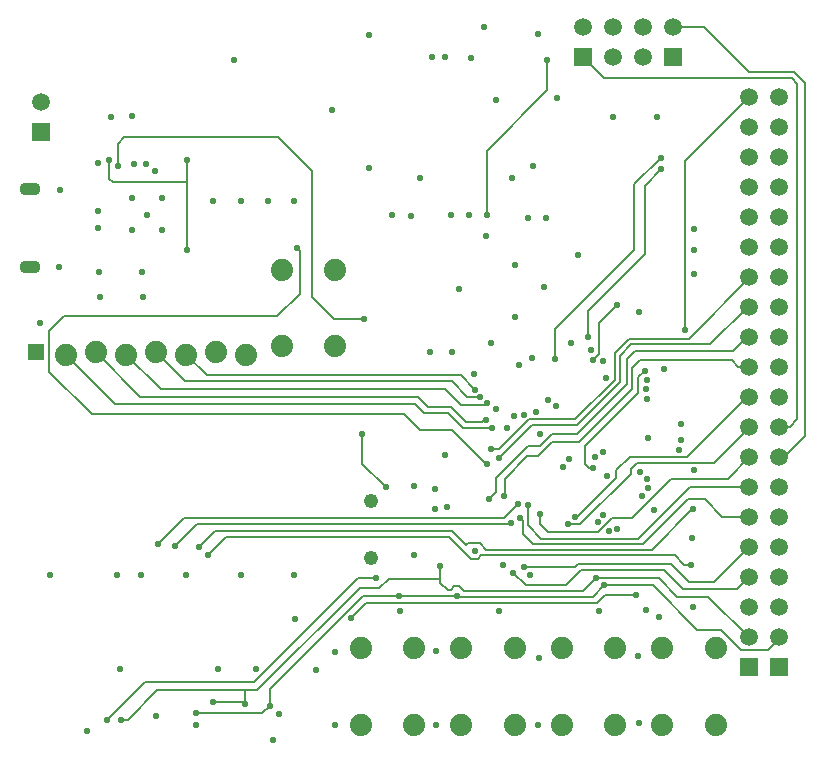
<source format=gbr>
%TF.GenerationSoftware,Novarm,DipTrace,3.2.0.1*%
%TF.CreationDate,2018-02-15T15:07:33-08:00*%
%FSLAX26Y26*%
%MOIN*%
%TF.FileFunction,Copper,L3,Inr*%
%TF.Part,Single*%
%AMOUTLINE1*
4,1,4,
0.026163,0.026163,
0.026205,-0.026121,
-0.026121,-0.026205,
-0.026163,0.026163,
0.026163,0.026163,
0*%
%TA.AperFunction,Conductor*%
%ADD15C,0.006*%
%TA.AperFunction,ComponentPad*%
%ADD33R,0.059055X0.059055*%
%ADD34C,0.059055*%
%ADD38O,0.070866X0.043307*%
%ADD45C,0.074*%
%ADD60R,0.05937X0.05937*%
%ADD61C,0.05937*%
%ADD65C,0.048*%
%TA.AperFunction,ViaPad*%
%ADD66C,0.021654*%
%TA.AperFunction,ComponentPad*%
%ADD142OUTLINE1*%
G75*
G01*
%LPD*%
X971173Y2376227D2*
D15*
Y2303453D1*
Y2077570D1*
X972080Y2078477D1*
X713271Y2378983D2*
Y2315414D1*
X725231Y2303453D1*
X971173D1*
X740855Y2356572D2*
Y2431565D1*
X762727Y2453437D1*
X1275173D1*
X1387662Y2340949D1*
Y1922243D1*
X1462654Y1847251D1*
X1562767D1*
X1040823Y1059834D2*
X1103317Y1122327D1*
X1843864D1*
X1918856Y1047335D1*
X1940729D1*
X1953227Y1059834D1*
X2596910D1*
X2628156Y1028587D1*
X2651572D1*
X2325063Y1350631D2*
X2312361D1*
X2296941Y1366051D1*
Y1424196D1*
X2475267Y1602521D1*
Y1653740D1*
X2496920Y1675394D1*
X2631281Y1809755D2*
Y2375030D1*
X2844016Y2587765D1*
X1984474Y1412922D2*
X2012596D1*
X2112586Y1512911D1*
X2265694D1*
X2396931Y1644147D1*
Y1734763D1*
X2443801Y1781633D1*
X2643780D1*
X2849912Y1987765D1*
X2844016D1*
X2012596Y1384799D2*
X2121960Y1494163D1*
X2271944D1*
X2415679Y1637898D1*
Y1725389D1*
X2453175Y1762885D1*
X2715647D1*
X2840528Y1887765D1*
X2844016D1*
X2075089Y1231691D2*
X2028219Y1184820D1*
X962706D1*
X875215Y1097330D1*
X2053217Y1169197D2*
X2056341Y1166072D1*
X1006452D1*
X931460Y1091080D1*
X2844016Y1087765D2*
X2728593Y972343D1*
X2643814D1*
X2584445Y1031712D1*
X2275068D1*
X2265694Y1022338D1*
X2093838D1*
X2081338Y1184822D2*
X2090713Y1175446D1*
Y1131701D1*
X2125084Y1097330D1*
X2490671D1*
X2640655Y1247314D1*
X2696899D1*
X2756448Y1187765D1*
X2844016D1*
Y1287765D2*
X2647141D1*
X2475453Y1116078D1*
X2153206D1*
X2109461Y1159823D1*
Y1228566D1*
X2146957Y1197319D2*
Y1166072D1*
X2175079Y1137950D1*
X2340687D1*
X2387557Y1184820D1*
X2453571D1*
X2584807Y1316057D1*
X2775016D1*
X2850008Y1391049D1*
X2844016D1*
Y1387765D1*
Y1487765D2*
X2837658D1*
X2846883Y1478540D1*
X2837509D1*
X2728146Y1369176D1*
X2471923D1*
X2450050Y1347303D1*
Y1331680D1*
X2281318Y1162948D1*
X2240697D1*
X2844016Y1587765D2*
Y1594410D1*
X2637530Y1387924D1*
X2446925D1*
X2403180Y1344179D1*
Y1319181D1*
X2265694Y1181696D1*
Y1187945D1*
X2844016Y1687765D2*
X2809515D1*
X2787515Y1709765D1*
X2481297D1*
X2456299Y1684768D1*
Y1616025D1*
X2278193Y1437919D1*
X2187578D1*
X2140708Y1391049D1*
X2106336D1*
X2031344Y1316057D1*
Y1259813D1*
X2028219Y1256688D1*
X2844016Y1787765D2*
X2837393D1*
X2790639Y1741012D1*
X2465673D1*
X2437551Y1712890D1*
Y1631649D1*
X2271944Y1466041D1*
X2187578D1*
X2146957Y1425420D1*
X2109461D1*
X2003222Y1319181D1*
Y1272311D1*
X1978225Y1247314D1*
X1634511Y1287935D2*
X1556394Y1366051D1*
Y1466041D1*
X2468798Y928597D2*
X2365684D1*
X2337562Y900475D1*
X1568893D1*
X1518898Y850481D1*
X2944016Y1387765D2*
X2962338D1*
X3031239Y1456667D1*
Y2634668D1*
X2993743Y2672164D1*
X2843759D1*
X2693786Y2822137D1*
X2590891D1*
X2197141Y1715891D2*
Y1813068D1*
X2462767Y2078694D1*
Y2297422D1*
X2550040Y2384694D1*
X2553164D1*
X1012520Y1087775D2*
X1065820Y1141075D1*
X1856362D1*
X1903233Y1094205D1*
X1909482Y1100454D1*
X1946978D1*
X1968851Y1078582D1*
X2521918D1*
X2656278Y1212943D1*
X2659465D1*
X2403391Y1894016D2*
X2344016Y1834641D1*
Y1731516D1*
X2325142Y1712642D1*
X2362559Y959844D2*
X2525063D1*
X2672142Y812765D1*
X2750267D1*
X2819242Y743790D1*
X2906780D1*
X2944016Y781026D1*
Y787765D1*
X703391Y509641D2*
X831754Y638003D1*
X1193932D1*
X1540771Y984841D1*
X1603264D1*
X1678256Y925473D2*
X1871986D1*
Y922348D1*
X2325063D1*
X2362559Y959844D1*
X1247051Y556761D2*
Y613006D1*
X1559519Y925473D1*
X1678256D1*
X1002629Y532919D2*
X1223209D1*
X1247051Y556761D1*
X2171954Y2711777D2*
Y2609671D1*
X1970831Y2408547D1*
Y2194016D1*
X2844016Y787765D2*
Y781551D1*
X2334437Y984841D2*
X2543815D1*
X2606516Y922141D1*
X2709641D1*
X2844016Y787765D1*
X750265Y512765D2*
X775265D1*
X872381Y609881D1*
X1165810D1*
X1206431D1*
X1547020Y950470D1*
X1612638D1*
X1643885Y981717D1*
X1815742D1*
Y1022849D1*
Y981717D2*
Y969218D1*
X1840739Y944221D1*
X1850113D1*
X1862612Y956719D1*
X1878235D1*
X1893859Y941096D1*
X2290692D1*
X2334437Y984841D1*
X1165810Y564488D2*
Y609881D1*
X1057747Y572683D2*
X1157616D1*
X1165810Y564488D1*
X1987599Y1484789D2*
X1890734D1*
X1840739Y1534784D1*
X1762622D1*
X1731376Y1566030D1*
X730751D1*
X569016Y1727765D1*
X1947141Y1587767D2*
X1906516D1*
X1853391Y1640891D1*
X965890D1*
X869016Y1737765D1*
X1931516Y1612765D2*
X1884641Y1659641D1*
X1037141D1*
X969016Y1727765D1*
X1972141Y1569016D2*
X1962765Y1559641D1*
X1884625D1*
X1831365Y1612901D1*
X883881D1*
X769016Y1727765D1*
X669016Y1737765D2*
X667500Y1736250D1*
X815847Y1587903D1*
X1740750D1*
X1775121Y1553532D1*
X1850113D1*
X1900254Y1503391D1*
X1956516D1*
X1967453Y1514328D1*
X1969016Y1512765D1*
X2944016Y1487765D2*
X2981096D1*
X3006242Y1512911D1*
Y2631544D1*
X2987494Y2650292D1*
X2362736D1*
X2290891Y2722137D1*
X2553164Y2347198D2*
X2497141Y2291175D1*
Y2065891D1*
X2306717Y1875467D1*
Y1787966D1*
X2844016Y987765D2*
X2846683D1*
X2806263Y947345D1*
X2625032D1*
X2562538Y1009839D1*
X2284443D1*
X2234448Y959844D1*
X2100087D1*
X2059466Y1000465D1*
X1971839Y1365915D2*
X1968987D1*
X1856362Y1478540D1*
X1746999D1*
X1693880Y1531659D1*
X653364D1*
X512754Y1672269D1*
Y1806630D1*
X562748Y1856625D1*
X1272049D1*
X1347041Y1931617D1*
Y2075352D1*
X1337667Y2084726D1*
D66*
X1278298Y531764D3*
X1400160Y678624D3*
X971173Y2376227D3*
X972080Y2078477D3*
X713271Y2378983D3*
X675236Y2150267D3*
Y2206588D3*
X740855Y2356572D3*
X1562767Y1847251D3*
X548817Y2276251D3*
X837719Y2194089D3*
X1153311Y2240960D3*
X1240802D3*
X1328293D3*
X787865Y2525264D3*
X681486Y1922243D3*
X481507Y1834752D3*
X825221Y1922243D3*
X681486D3*
X1983511Y1769147D3*
X2253196Y1769134D3*
X1983511Y1769147D3*
X2065891Y1853391D3*
X1877481Y1948051D3*
X2065891Y1853391D3*
X1578496Y2350361D3*
X1747788Y2318865D3*
X1578496Y2350361D3*
X2054087Y2318865D3*
X1747788D3*
X2125347Y2357448D3*
X2054087Y2318865D3*
X2141095Y2796424D3*
X2206326Y2584673D3*
X2125347Y2357448D3*
X1578496Y2794256D3*
X1961961Y2821214D3*
X1578496Y2794256D3*
Y2350361D3*
X1129057Y2709639D3*
X2478172Y500517D3*
X1465089Y494957D3*
X1802625Y495852D3*
X2140160D3*
X515878Y994215D3*
X1257906Y445752D3*
D3*
D3*
X1202936Y681516D3*
X1075194D3*
X819607Y994016D3*
X968756D3*
X1150187D3*
X1328095D3*
X736929D3*
X819607D3*
X736929D3*
X1202936Y681516D3*
X1797139Y1214587D3*
X1728390Y1059973D3*
X1328095Y994016D3*
X1331614Y847159D3*
X1202936Y681516D3*
X2562538Y1681643D3*
X2023609Y1027101D3*
X2529693Y1210943D3*
X869238Y524675D3*
X639767Y473494D3*
X750011Y680841D3*
D3*
X1331614Y847159D3*
X1002629Y493155D3*
X2023609Y1027101D3*
X787998Y2250496D3*
X1059571Y2240960D3*
X887767Y2250265D3*
X1153311Y2240960D3*
X887625Y2144156D3*
X548817Y2276251D3*
X545692Y2020345D3*
X787998Y2144095D3*
X1831365Y1394173D3*
X1728390Y1291198D3*
X1797139Y1214587D3*
X1928391Y1665891D3*
X2656516Y1119019D3*
X2509641Y1284641D3*
X2656516Y1119019D3*
X2356722Y1706391D3*
X2162580Y1953391D3*
X2662765Y2078391D3*
X2003222Y2578424D3*
X2651572Y1028587D3*
X2487546Y1256735D3*
X2651572Y1028587D3*
X1040823Y1059834D3*
X2651572Y1028587D3*
X2368809Y1650397D3*
X2662767Y1997302D3*
D3*
X2275068Y2059729D3*
X1831365Y2722159D3*
X2477897Y1871646D3*
X2503170Y878603D3*
X2543790Y853605D3*
X2325063Y1350631D3*
X2496920Y1675394D3*
X2631281Y1809755D3*
X1984474Y1412922D3*
X2012596Y1384799D3*
X2075089Y1231691D3*
X875215Y1097330D3*
X2053217Y1169197D3*
X931460Y1091080D3*
X2093838Y1022338D3*
X2081338Y1184822D3*
X2109461Y1228566D3*
X2146957Y1197319D3*
X2115710Y994215D3*
X2243822Y1381675D3*
X2121960Y1719139D3*
X1968851Y2125347D3*
X2240697Y1162948D3*
X2265694Y1187945D3*
X2028219Y1256688D3*
X1978225Y1247314D3*
X2503391Y1644016D3*
X2503170Y1612901D3*
X2506294Y1581654D3*
X2619016Y1497141D3*
X2509419Y1450418D3*
X2619016Y1444016D3*
X2612765Y1412765D3*
X2359435Y1403547D3*
X1634511Y1287935D3*
X1556394Y1466041D3*
X2468798Y928597D3*
X1518898Y850481D3*
X865841Y2340949D3*
X793974Y2365946D3*
X1781670Y1736273D3*
X2371933Y1325431D3*
X2481516Y1337765D3*
X2662528Y1344179D3*
X2537541Y2522180D3*
X2197141Y1715891D3*
X2553164Y2384694D3*
X2506516Y1315891D3*
X2659465Y1212943D3*
X1012520Y1087775D3*
X2659465Y1212943D3*
X2662764Y2147139D3*
X2403391Y1894016D3*
X2325142Y1712642D3*
X2403391Y1894016D3*
X1918856Y2719034D3*
X2362559Y959844D3*
X703391Y509641D3*
X1603264Y984841D3*
X1678256Y925473D3*
X2362559Y959844D3*
X1871986Y925473D3*
X1247051Y556761D3*
X1678256Y925473D3*
X1002629Y532919D3*
X1247051Y556761D3*
X1970831Y2194016D3*
X1850267D3*
X1912859D3*
X2171954Y2711777D3*
X1970831Y2194016D3*
X2334437Y984841D3*
X750265Y512765D3*
X1815742Y1022849D3*
X2334437Y984841D3*
X1165810Y564488D3*
X1057747Y572683D3*
X1165810Y564488D3*
X2003222Y1547282D3*
X1465778Y737992D3*
X2062591Y1525410D3*
X1803243Y741117D3*
X2134458Y1537908D3*
X2143832Y719244D3*
X2175079Y1578529D3*
X2340687Y1172322D3*
X2378183Y1141075D3*
X2475267Y725516D3*
X1987599Y1484789D3*
X1947141Y1587767D3*
X1931516Y1612765D3*
X1972141Y1569016D3*
X1969016Y1512765D3*
X834595Y2362822D3*
X1856372Y1737897D3*
X2331313Y1387924D3*
X2390891Y2522141D3*
X2553164Y2347198D3*
X2306717Y1787966D3*
X1837614Y1222317D3*
X1453391Y2544016D3*
X676328Y2369071D3*
X822096Y2003485D3*
X678361D3*
X718982Y2522180D3*
X2107996Y2184715D3*
X2168826D3*
X2065891Y2028113D3*
X2318814Y1744137D3*
X2065891Y2028113D3*
X2107996Y2184715D3*
X2059466Y1000465D3*
X2037593Y1484789D3*
X1681381Y875478D3*
X2093838Y1528213D3*
X2012767Y875267D3*
X2344016Y875264D3*
X1931355Y1075104D3*
X2146957Y1466041D3*
X2659643Y887764D3*
X2406305Y1147324D3*
X2359435Y1194194D3*
X2200076Y1556656D3*
X1797139Y1281516D3*
X1971839Y1365915D3*
X1337667Y2084726D3*
X1719007Y2192194D3*
X1656516Y2194016D3*
X1787620Y2722159D3*
X1719007Y2192194D3*
X2225074Y1353553D3*
X2078265Y1694142D3*
X1719007Y2192194D3*
D33*
X484631Y2472185D3*
D34*
Y2572185D3*
D38*
X449314Y2280188D3*
Y2020345D3*
D142*
X469016Y1737765D3*
D45*
X569016Y1727765D3*
X669016Y1737765D3*
X769016Y1727765D3*
X869016Y1737765D3*
X969016Y1727765D3*
X1069016Y1737765D3*
X1169016Y1727765D3*
D33*
X2844016Y687765D3*
D34*
Y787765D3*
Y887765D3*
Y987765D3*
Y1087765D3*
Y1187765D3*
Y1287765D3*
Y1387765D3*
Y1487765D3*
Y1587765D3*
Y1687765D3*
Y1787765D3*
Y1887765D3*
Y1987765D3*
Y2087765D3*
Y2187765D3*
Y2287765D3*
Y2387765D3*
Y2487765D3*
Y2587765D3*
D33*
X2944016Y687765D3*
D34*
Y787765D3*
Y887765D3*
Y987765D3*
Y1087765D3*
Y1187765D3*
Y1287765D3*
Y1387765D3*
Y1487765D3*
Y1587765D3*
Y1687765D3*
Y1787765D3*
Y1887765D3*
Y1987765D3*
Y2087765D3*
Y2187765D3*
Y2287765D3*
Y2387765D3*
Y2487765D3*
Y2587765D3*
D45*
X1287765Y1756516D3*
Y2012516D3*
X1465765Y1756516D3*
Y2012516D3*
X1550265Y494016D3*
Y750016D3*
X1728265Y494016D3*
Y750016D3*
X1885683Y494016D3*
Y750016D3*
X2063683Y494016D3*
Y750016D3*
X2221099Y494016D3*
Y750016D3*
X2399099Y494016D3*
Y750016D3*
X2556516Y494016D3*
Y750016D3*
X2734516Y494016D3*
Y750016D3*
D60*
X2590891Y2722137D3*
D61*
Y2822137D3*
X2490891Y2722137D3*
Y2822137D3*
X2390891Y2722137D3*
Y2822137D3*
D60*
X2290891Y2722137D3*
D61*
Y2822137D3*
D65*
X1584641Y1050269D3*
Y1240269D3*
M02*

</source>
